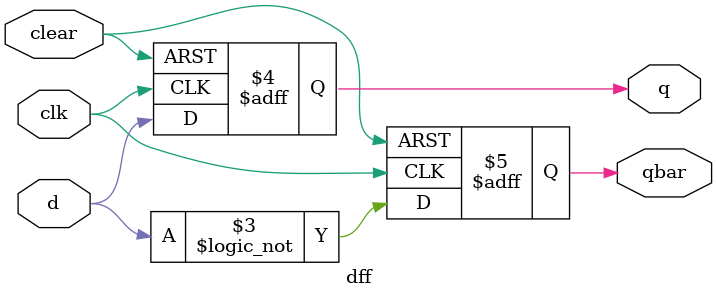
<source format=v>
module dff(
	input clk,
	input d,
	input clear,
	output reg q,
	output reg qbar
	);
	always @(posedge clk or posedge clear) begin
		if (clear==1) begin
			q <= 0;
			qbar <= 1;
		end
		else begin
			q <= d;
			qbar <= !d;
		end
	end
endmodule

</source>
